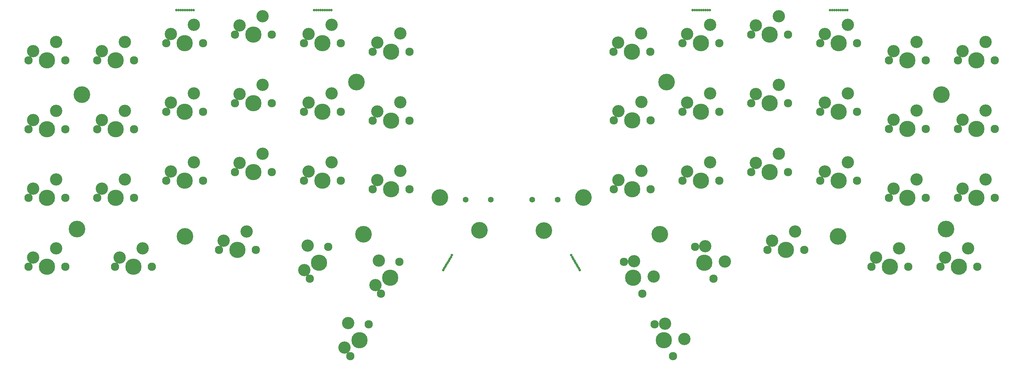
<source format=gbr>
%TF.GenerationSoftware,KiCad,Pcbnew,(5.1.6-0-10_14)*%
%TF.CreationDate,2020-09-30T17:19:45+02:00*%
%TF.ProjectId,cornetrack,636f726e-6574-4726-9163-6b2e6b696361,1.1*%
%TF.SameCoordinates,Original*%
%TF.FileFunction,Soldermask,Top*%
%TF.FilePolarity,Negative*%
%FSLAX46Y46*%
G04 Gerber Fmt 4.6, Leading zero omitted, Abs format (unit mm)*
G04 Created by KiCad (PCBNEW (5.1.6-0-10_14)) date 2020-09-30 17:19:45*
%MOMM*%
%LPD*%
G01*
G04 APERTURE LIST*
%ADD10C,4.600000*%
%ADD11C,4.500000*%
%ADD12C,2.300000*%
%ADD13C,3.400000*%
%ADD14C,0.700000*%
%ADD15C,1.600000*%
G04 APERTURE END LIST*
D10*
%TO.C,Ref\u002A\u002A*%
X268265500Y-82430000D03*
%TD*%
%TO.C,Ref\u002A\u002A*%
X28406500Y-82430000D03*
%TD*%
%TO.C,Ref\u002A\u002A*%
X266954000Y-45265500D03*
%TD*%
%TO.C,Ref\u002A\u002A*%
X191096500Y-41765500D03*
%TD*%
%TO.C,Ref\u002A\u002A*%
X238464500Y-84448000D03*
%TD*%
%TO.C,Ref\u002A\u002A*%
X189230000Y-83820000D03*
%TD*%
D11*
%TO.C,SW41*%
X190413474Y-113132317D03*
D12*
X192953474Y-117531726D03*
X187873474Y-108732908D03*
D13*
X190708179Y-108562760D03*
X196082883Y-112792022D03*
%TD*%
D14*
%TO.C,REF\u002A\u002A*%
X130681375Y-91712608D03*
X130978250Y-91198405D03*
X131275125Y-90684203D03*
X131572000Y-90170000D03*
X131868875Y-89655798D03*
X129790750Y-93255216D03*
X130384500Y-92226811D03*
X129493875Y-93769418D03*
X130087625Y-92741013D03*
%TD*%
%TO.C,REF\u002A\u002A*%
X166584375Y-92741013D03*
X167178125Y-93769418D03*
X166287500Y-92226811D03*
X166881250Y-93255216D03*
X164803125Y-89655798D03*
X165100000Y-90170000D03*
X165396875Y-90684203D03*
X165693750Y-91198405D03*
X165990625Y-91712608D03*
%TD*%
D11*
%TO.C,SW44*%
X43983500Y-92830000D03*
D12*
X49063500Y-92830000D03*
X38903500Y-92830000D03*
D13*
X40173500Y-90290000D03*
X46523500Y-87750000D03*
%TD*%
D11*
%TO.C,SW21*%
X114882500Y-95854031D03*
D12*
X117422500Y-91454622D03*
X112342500Y-100253440D03*
D13*
X110777795Y-97883588D03*
X111753091Y-91114326D03*
%TD*%
D11*
%TO.C,SW8*%
X39107500Y-54780000D03*
D12*
X44187500Y-54780000D03*
X34027500Y-54780000D03*
D13*
X35297500Y-52240000D03*
X41647500Y-49700000D03*
%TD*%
D11*
%TO.C,SW42*%
X181904320Y-95854031D03*
D12*
X184444320Y-100253440D03*
X179364320Y-91454622D03*
D13*
X182199025Y-91284474D03*
X187573729Y-95513736D03*
%TD*%
D11*
%TO.C,SW48*%
X224084500Y-88142000D03*
D12*
X229164500Y-88142000D03*
X219004500Y-88142000D03*
D13*
X220274500Y-85602000D03*
X226624500Y-83062000D03*
%TD*%
D11*
%TO.C,SW38*%
X200614500Y-69025000D03*
D12*
X205694500Y-69025000D03*
X195534500Y-69025000D03*
D13*
X196804500Y-66485000D03*
X203154500Y-63945000D03*
%TD*%
D11*
%TO.C,SW34*%
X276614500Y-73775000D03*
D12*
X281694500Y-73775000D03*
X271534500Y-73775000D03*
D13*
X272804500Y-71235000D03*
X279154500Y-68695000D03*
%TD*%
D11*
%TO.C,SW32*%
X200614500Y-50025000D03*
D12*
X205694500Y-50025000D03*
X195534500Y-50025000D03*
D13*
X196804500Y-47485000D03*
X203154500Y-44945000D03*
%TD*%
D11*
%TO.C,SW31*%
X219614500Y-47650000D03*
D12*
X224694500Y-47650000D03*
X214534500Y-47650000D03*
D13*
X215804500Y-45110000D03*
X222154500Y-42570000D03*
%TD*%
D11*
%TO.C,SW30*%
X238614500Y-50025000D03*
D12*
X243694500Y-50025000D03*
X233534500Y-50025000D03*
D13*
X234804500Y-47485000D03*
X241154500Y-44945000D03*
%TD*%
D11*
%TO.C,SW29*%
X257614500Y-54775000D03*
D12*
X262694500Y-54775000D03*
X252534500Y-54775000D03*
D13*
X253804500Y-52235000D03*
X260154500Y-49695000D03*
%TD*%
D11*
%TO.C,SW28*%
X276614500Y-54775000D03*
D12*
X281694500Y-54775000D03*
X271534500Y-54775000D03*
D13*
X272804500Y-52235000D03*
X279154500Y-49695000D03*
%TD*%
D11*
%TO.C,SW27*%
X181607500Y-33405000D03*
D12*
X186687500Y-33405000D03*
X176527500Y-33405000D03*
D13*
X177797500Y-30865000D03*
X184147500Y-28325000D03*
%TD*%
D11*
%TO.C,SW26*%
X200614500Y-31025000D03*
D12*
X205694500Y-31025000D03*
X195534500Y-31025000D03*
D13*
X196804500Y-28485000D03*
X203154500Y-25945000D03*
%TD*%
D11*
%TO.C,SW25*%
X219614500Y-28650000D03*
D12*
X224694500Y-28650000D03*
X214534500Y-28650000D03*
D13*
X215804500Y-26110000D03*
X222154500Y-23570000D03*
%TD*%
D11*
%TO.C,SW24*%
X238614500Y-31025000D03*
D12*
X243694500Y-31025000D03*
X233534500Y-31025000D03*
D13*
X234804500Y-28485000D03*
X241154500Y-25945000D03*
%TD*%
D11*
%TO.C,SW23*%
X257614500Y-35775000D03*
D12*
X262694500Y-35775000D03*
X252534500Y-35775000D03*
D13*
X253804500Y-33235000D03*
X260154500Y-30695000D03*
%TD*%
D11*
%TO.C,SW22*%
X276614500Y-35775000D03*
D12*
X281694500Y-35775000D03*
X271534500Y-35775000D03*
D13*
X272804500Y-33235000D03*
X279154500Y-30695000D03*
%TD*%
D11*
%TO.C,SW20*%
X106348500Y-113132317D03*
D12*
X108888500Y-108732908D03*
X103808500Y-117531726D03*
D13*
X102243795Y-115161874D03*
X103219091Y-108392612D03*
%TD*%
D11*
%TO.C,SW19*%
X95243500Y-91745624D03*
D12*
X97783500Y-87346215D03*
X92703500Y-96145033D03*
D13*
X91138795Y-93775181D03*
X92114091Y-87005919D03*
%TD*%
D11*
%TO.C,SW18*%
X115107500Y-71405000D03*
D12*
X120187500Y-71405000D03*
X110027500Y-71405000D03*
D13*
X111297500Y-68865000D03*
X117647500Y-66325000D03*
%TD*%
D11*
%TO.C,SW17*%
X96107500Y-69030000D03*
D12*
X101187500Y-69030000D03*
X91027500Y-69030000D03*
D13*
X92297500Y-66490000D03*
X98647500Y-63950000D03*
%TD*%
D11*
%TO.C,SW16*%
X77107500Y-66655000D03*
D12*
X82187500Y-66655000D03*
X72027500Y-66655000D03*
D13*
X73297500Y-64115000D03*
X79647500Y-61575000D03*
%TD*%
D11*
%TO.C,SW12*%
X115107500Y-52405000D03*
D12*
X120187500Y-52405000D03*
X110027500Y-52405000D03*
D13*
X111297500Y-49865000D03*
X117647500Y-47325000D03*
%TD*%
D11*
%TO.C,SW11*%
X96107500Y-50030000D03*
D12*
X101187500Y-50030000D03*
X91027500Y-50030000D03*
D13*
X92297500Y-47490000D03*
X98647500Y-44950000D03*
%TD*%
D11*
%TO.C,SW10*%
X77107500Y-47655000D03*
D12*
X82187500Y-47655000D03*
X72027500Y-47655000D03*
D13*
X73297500Y-45115000D03*
X79647500Y-42575000D03*
%TD*%
D11*
%TO.C,SW9*%
X58107500Y-50030000D03*
D12*
X63187500Y-50030000D03*
X53027500Y-50030000D03*
D13*
X54297500Y-47490000D03*
X60647500Y-44950000D03*
%TD*%
D11*
%TO.C,SW5*%
X96107500Y-31030000D03*
D12*
X101187500Y-31030000D03*
X91027500Y-31030000D03*
D13*
X92297500Y-28490000D03*
X98647500Y-25950000D03*
%TD*%
D11*
%TO.C,SW4*%
X77107500Y-28655000D03*
D12*
X82187500Y-28655000D03*
X72027500Y-28655000D03*
D13*
X73297500Y-26115000D03*
X79647500Y-23575000D03*
%TD*%
D11*
%TO.C,SW3*%
X58107500Y-31030000D03*
D12*
X63187500Y-31030000D03*
X53027500Y-31030000D03*
D13*
X54297500Y-28490000D03*
X60647500Y-25950000D03*
%TD*%
D11*
%TO.C,SW2*%
X39107500Y-35780000D03*
D12*
X44187500Y-35780000D03*
X34027500Y-35780000D03*
D13*
X35297500Y-33240000D03*
X41647500Y-30700000D03*
%TD*%
D11*
%TO.C,SW1*%
X20107500Y-35780000D03*
D12*
X25187500Y-35780000D03*
X15027500Y-35780000D03*
D13*
X16297500Y-33240000D03*
X22647500Y-30700000D03*
%TD*%
D11*
%TO.C,SW7*%
X20107500Y-54780000D03*
D12*
X25187500Y-54780000D03*
X15027500Y-54780000D03*
D13*
X16297500Y-52240000D03*
X22647500Y-49700000D03*
%TD*%
D11*
%TO.C,SW14*%
X39107500Y-73780000D03*
D12*
X44187500Y-73780000D03*
X34027500Y-73780000D03*
D13*
X35297500Y-71240000D03*
X41647500Y-68700000D03*
%TD*%
D11*
%TO.C,SW37*%
X219614500Y-66650000D03*
D12*
X224694500Y-66650000D03*
X214534500Y-66650000D03*
D13*
X215804500Y-64110000D03*
X222154500Y-61570000D03*
%TD*%
D11*
%TO.C,SW35*%
X257614500Y-73775000D03*
D12*
X262694500Y-73775000D03*
X252534500Y-73775000D03*
D13*
X253804500Y-71235000D03*
X260154500Y-68695000D03*
%TD*%
D11*
%TO.C,SW13*%
X20107500Y-73780000D03*
D12*
X25187500Y-73780000D03*
X15027500Y-73780000D03*
D13*
X16297500Y-71240000D03*
X22647500Y-68700000D03*
%TD*%
D11*
%TO.C,SW39*%
X181614500Y-71400000D03*
D12*
X186694500Y-71400000D03*
X176534500Y-71400000D03*
D13*
X177804500Y-68860000D03*
X184154500Y-66320000D03*
%TD*%
D11*
%TO.C,SW33*%
X181614500Y-52400000D03*
D12*
X186694500Y-52400000D03*
X176534500Y-52400000D03*
D13*
X177804500Y-49860000D03*
X184154500Y-47320000D03*
%TD*%
D11*
%TO.C,SW6*%
X115107500Y-33405000D03*
D12*
X120187500Y-33405000D03*
X110027500Y-33405000D03*
D13*
X111297500Y-30865000D03*
X117647500Y-28325000D03*
%TD*%
D11*
%TO.C,SW43*%
X20107500Y-92830000D03*
D12*
X25187500Y-92830000D03*
X15027500Y-92830000D03*
D13*
X16297500Y-90290000D03*
X22647500Y-87750000D03*
%TD*%
D11*
%TO.C,SW46*%
X271788500Y-92825000D03*
D12*
X276868500Y-92825000D03*
X266708500Y-92825000D03*
D13*
X267978500Y-90285000D03*
X274328500Y-87745000D03*
%TD*%
D11*
%TO.C,SW47*%
X252738500Y-92825000D03*
D12*
X257818500Y-92825000D03*
X247658500Y-92825000D03*
D13*
X248928500Y-90285000D03*
X255278500Y-87745000D03*
%TD*%
D11*
%TO.C,SW45*%
X72644000Y-88138000D03*
D12*
X77724000Y-88138000D03*
X67564000Y-88138000D03*
D13*
X68834000Y-85598000D03*
X75184000Y-83058000D03*
%TD*%
D11*
%TO.C,SW40*%
X201543003Y-91745624D03*
D12*
X204083003Y-96145033D03*
X199003003Y-87346215D03*
D13*
X201837708Y-87176067D03*
X207212412Y-91405329D03*
%TD*%
D11*
%TO.C,SW15*%
X58107500Y-69030000D03*
D12*
X63187500Y-69030000D03*
X53027500Y-69030000D03*
D13*
X54297500Y-66490000D03*
X60647500Y-63950000D03*
%TD*%
D11*
%TO.C,SW36*%
X238614500Y-69025000D03*
D12*
X243694500Y-69025000D03*
X233534500Y-69025000D03*
D13*
X234804500Y-66485000D03*
X241154500Y-63945000D03*
%TD*%
D14*
%TO.C,REF\u002A\u002A*%
X239837000Y-21870000D03*
X241024500Y-21870000D03*
X239243250Y-21870000D03*
X240430750Y-21870000D03*
X236274500Y-21870000D03*
X236868250Y-21870000D03*
X237462000Y-21870000D03*
X238055750Y-21870000D03*
X238649500Y-21870000D03*
%TD*%
%TO.C,REF\u002A\u002A*%
X201925000Y-21885000D03*
X203112500Y-21885000D03*
X201331250Y-21885000D03*
X202518750Y-21885000D03*
X198362500Y-21885000D03*
X198956250Y-21885000D03*
X199550000Y-21885000D03*
X200143750Y-21885000D03*
X200737500Y-21885000D03*
%TD*%
%TO.C,REF\u002A\u002A*%
X95020000Y-21873000D03*
X93832500Y-21873000D03*
X95613750Y-21873000D03*
X94426250Y-21873000D03*
X98582500Y-21873000D03*
X97988750Y-21873000D03*
X97395000Y-21873000D03*
X96801250Y-21873000D03*
X96207500Y-21873000D03*
%TD*%
%TO.C,REF\u002A\u002A*%
X57049250Y-21869000D03*
X55861750Y-21869000D03*
X57643000Y-21869000D03*
X56455500Y-21869000D03*
X60611750Y-21869000D03*
X60018000Y-21869000D03*
X59424250Y-21869000D03*
X58830500Y-21869000D03*
X58236750Y-21869000D03*
%TD*%
D15*
%TO.C,J3*%
X154037500Y-74270000D03*
X161037500Y-74270000D03*
%TD*%
%TO.C,J1*%
X142634500Y-74292000D03*
X135634500Y-74292000D03*
%TD*%
D10*
%TO.C,Ref\u002A\u002A*%
X168148000Y-73660000D03*
%TD*%
%TO.C,Ref\u002A\u002A*%
X157226000Y-82804000D03*
%TD*%
%TO.C,Ref\u002A\u002A*%
X139446000Y-82775000D03*
%TD*%
%TO.C,Ref\u002A\u002A*%
X128524000Y-73660000D03*
%TD*%
%TO.C,Ref\u002A\u002A*%
X107442000Y-83820000D03*
%TD*%
%TO.C,Ref\u002A\u002A*%
X58207500Y-84448000D03*
%TD*%
%TO.C,Ref\u002A\u002A*%
X105575500Y-41765500D03*
%TD*%
%TO.C,Ref\u002A\u002A*%
X29718000Y-45265500D03*
%TD*%
M02*

</source>
